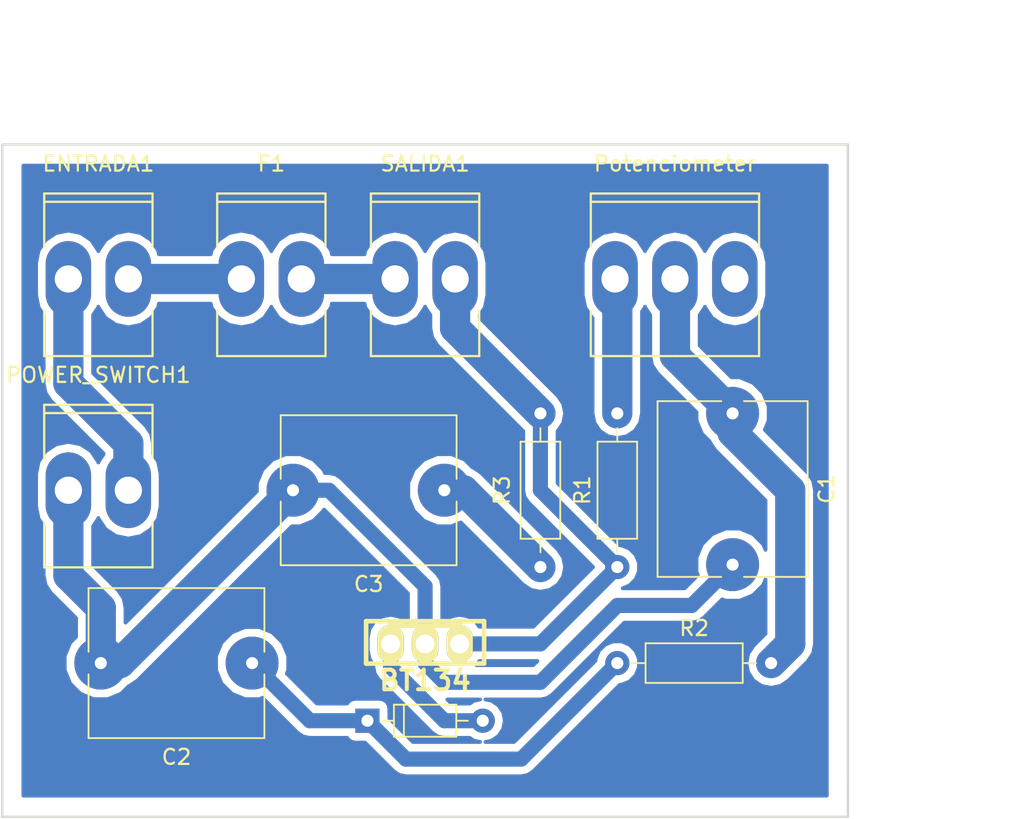
<source format=kicad_pcb>
(kicad_pcb (version 4) (host pcbnew 4.0.6)

  (general
    (links 17)
    (no_connects 0)
    (area 119.304999 82.474999 175.335001 127.075001)
    (thickness 1.6)
    (drawings 8)
    (tracks 44)
    (zones 0)
    (modules 13)
    (nets 11)
  )

  (page A4)
  (layers
    (0 F.Cu signal)
    (31 B.Cu signal hide)
    (32 B.Adhes user)
    (33 F.Adhes user)
    (34 B.Paste user)
    (35 F.Paste user)
    (36 B.SilkS user)
    (37 F.SilkS user)
    (38 B.Mask user)
    (39 F.Mask user)
    (40 Dwgs.User user)
    (41 Cmts.User user)
    (42 Eco1.User user)
    (43 Eco2.User user)
    (44 Edge.Cuts user)
    (45 Margin user)
    (46 B.CrtYd user)
    (47 F.CrtYd user)
    (48 B.Fab user)
    (49 F.Fab user)
  )

  (setup
    (last_trace_width 0.25)
    (user_trace_width 1)
    (user_trace_width 2)
    (user_trace_width 3)
    (trace_clearance 0.2)
    (zone_clearance 0.508)
    (zone_45_only no)
    (trace_min 0.2)
    (segment_width 0.2)
    (edge_width 0.15)
    (via_size 0.6)
    (via_drill 0.4)
    (via_min_size 0.4)
    (via_min_drill 0.3)
    (uvia_size 0.3)
    (uvia_drill 0.1)
    (uvias_allowed no)
    (uvia_min_size 0.2)
    (uvia_min_drill 0.1)
    (pcb_text_width 0.3)
    (pcb_text_size 1.5 1.5)
    (mod_edge_width 0.15)
    (mod_text_size 1 1)
    (mod_text_width 0.15)
    (pad_size 3.5 3.5)
    (pad_drill 0.8)
    (pad_to_mask_clearance 0.2)
    (aux_axis_origin 0 0)
    (visible_elements 7FFFFFFF)
    (pcbplotparams
      (layerselection 0x00030_80000001)
      (usegerberextensions false)
      (excludeedgelayer true)
      (linewidth 0.100000)
      (plotframeref false)
      (viasonmask false)
      (mode 1)
      (useauxorigin false)
      (hpglpennumber 1)
      (hpglpenspeed 20)
      (hpglpendiameter 15)
      (hpglpenoverlay 2)
      (psnegative false)
      (psa4output false)
      (plotreference true)
      (plotvalue true)
      (plotinvisibletext false)
      (padsonsilk false)
      (subtractmaskfromsilk false)
      (outputformat 1)
      (mirror false)
      (drillshape 1)
      (scaleselection 1)
      (outputdirectory ""))
  )

  (net 0 "")
  (net 1 "Net-(BT134-Pad1)")
  (net 2 "Net-(BT134-Pad2)")
  (net 3 "Net-(BT134-Pad3)")
  (net 4 "Net-(C1-Pad1)")
  (net 5 "Net-(C2-Pad1)")
  (net 6 "Net-(C3-Pad1)")
  (net 7 "Net-(ENTRADA1-Pad1)")
  (net 8 "Net-(ENTRADA1-Pad2)")
  (net 9 "Net-(F1-Pad2)")
  (net 10 "Net-(P1-Pad1)")

  (net_class Default "This is the default net class."
    (clearance 0.2)
    (trace_width 0.25)
    (via_dia 0.6)
    (via_drill 0.4)
    (uvia_dia 0.3)
    (uvia_drill 0.1)
    (add_net "Net-(BT134-Pad1)")
    (add_net "Net-(BT134-Pad2)")
    (add_net "Net-(BT134-Pad3)")
    (add_net "Net-(C1-Pad1)")
    (add_net "Net-(C2-Pad1)")
    (add_net "Net-(C3-Pad1)")
    (add_net "Net-(ENTRADA1-Pad1)")
    (add_net "Net-(ENTRADA1-Pad2)")
    (add_net "Net-(F1-Pad2)")
    (add_net "Net-(P1-Pad1)")
  )

  (module w_to:sot82_std (layer F.Cu) (tedit 5A266764) (tstamp 5A2597E0)
    (at 147.32 115.57)
    (descr "SOT82, standard design without bended pins")
    (path /5A218532)
    (fp_text reference BT134 (at 0 2.413) (layer F.SilkS)
      (effects (font (size 1.30048 1.30048) (thickness 0.2667)))
    )
    (fp_text value "" (at 0 -2.667) (layer F.SilkS)
      (effects (font (size 1.30048 1.30048) (thickness 0.26924)))
    )
    (fp_line (start -2.30124 -1.50114) (end -2.30124 -1.19888) (layer F.SilkS) (width 0.3048))
    (fp_line (start -2.30124 -1.19888) (end 2.30124 -1.19888) (layer F.SilkS) (width 0.3048))
    (fp_line (start 2.30124 -1.19888) (end 2.30124 -1.50114) (layer F.SilkS) (width 0.3048))
    (fp_line (start 3.8989 -1.50114) (end -3.8989 -1.50114) (layer F.SilkS) (width 0.3048))
    (fp_line (start -3.8989 -1.50114) (end -3.8989 1.30048) (layer F.SilkS) (width 0.3048))
    (fp_line (start -3.8989 1.30048) (end 3.8989 1.30048) (layer F.SilkS) (width 0.3048))
    (fp_line (start 3.8989 1.30048) (end 3.8989 -1.50114) (layer F.SilkS) (width 0.3048))
    (pad 1 thru_hole oval (at 2.28346 0) (size 1.74498 2.49936) (drill 1.24968) (layers *.Cu *.Mask F.SilkS)
      (net 1 "Net-(BT134-Pad1)"))
    (pad 2 thru_hole oval (at 0 0) (size 1.74498 2.49936) (drill 1.24968) (layers *.Cu *.Mask F.SilkS)
      (net 2 "Net-(BT134-Pad2)"))
    (pad 3 thru_hole oval (at -2.28346 0) (size 1.74498 2.49936) (drill 1.24968) (layers *.Cu *.Mask F.SilkS)
      (net 3 "Net-(BT134-Pad3)"))
    (model walter/to/sot82_std.wrl
      (at (xyz 0 0 0))
      (scale (xyz 1 1 1))
      (rotate (xyz 0 0 0))
    )
  )

  (module Capacitors_THT:C_Rect_L11.5mm_W9.8mm_P10.00mm_MKT (layer F.Cu) (tedit 5A2666B7) (tstamp 5A2597E6)
    (at 167.64 100.33 270)
    (descr "C, Rect series, Radial, pin pitch=10.00mm, , length*width=11.5*9.8mm^2, Capacitor, https://en.tdk.eu/inf/20/20/db/fc_2009/MKT_B32560_564.pdf")
    (tags "C Rect series Radial pin pitch 10.00mm  length 11.5mm width 9.8mm Capacitor")
    (path /56351012)
    (fp_text reference C1 (at 5 -6.21 270) (layer F.SilkS)
      (effects (font (size 1 1) (thickness 0.15)))
    )
    (fp_text value "100 nf 400V" (at 5.08 3.81 270) (layer F.Fab)
      (effects (font (size 1 1) (thickness 0.15)))
    )
    (fp_line (start -0.75 -4.9) (end -0.75 4.9) (layer F.Fab) (width 0.1))
    (fp_line (start -0.75 4.9) (end 10.75 4.9) (layer F.Fab) (width 0.1))
    (fp_line (start 10.75 4.9) (end 10.75 -4.9) (layer F.Fab) (width 0.1))
    (fp_line (start 10.75 -4.9) (end -0.75 -4.9) (layer F.Fab) (width 0.1))
    (fp_line (start -0.81 -4.96) (end 10.81 -4.96) (layer F.SilkS) (width 0.12))
    (fp_line (start -0.81 4.96) (end 10.81 4.96) (layer F.SilkS) (width 0.12))
    (fp_line (start -0.81 -4.96) (end -0.81 -0.75) (layer F.SilkS) (width 0.12))
    (fp_line (start -0.81 0.75) (end -0.81 4.96) (layer F.SilkS) (width 0.12))
    (fp_line (start 10.81 -4.96) (end 10.81 -0.75) (layer F.SilkS) (width 0.12))
    (fp_line (start 10.81 0.75) (end 10.81 4.96) (layer F.SilkS) (width 0.12))
    (fp_line (start -1.1 -5.25) (end -1.1 5.25) (layer F.CrtYd) (width 0.05))
    (fp_line (start -1.1 5.25) (end 11.1 5.25) (layer F.CrtYd) (width 0.05))
    (fp_line (start 11.1 5.25) (end 11.1 -5.25) (layer F.CrtYd) (width 0.05))
    (fp_line (start 11.1 -5.25) (end -1.1 -5.25) (layer F.CrtYd) (width 0.05))
    (fp_text user %R (at 5 0 270) (layer F.Fab)
      (effects (font (size 1 1) (thickness 0.15)))
    )
    (pad 1 thru_hole circle (at 0 0 270) (size 3.5 3.5) (drill 0.8) (layers *.Cu *.Mask)
      (net 4 "Net-(C1-Pad1)"))
    (pad 2 thru_hole circle (at 10 0 270) (size 3.5 3.5) (drill 0.8) (layers *.Cu *.Mask)
      (net 2 "Net-(BT134-Pad2)"))
    (model ${KISYS3DMOD}/Capacitors_THT.3dshapes/C_Rect_L11.5mm_W9.8mm_P10.00mm_MKT.wrl
      (at (xyz 0 0 0))
      (scale (xyz 1 1 1))
      (rotate (xyz 0 0 0))
    )
  )

  (module Capacitors_THT:C_Rect_L11.5mm_W9.8mm_P10.00mm_MKT (layer F.Cu) (tedit 5A2663E6) (tstamp 5A2597EC)
    (at 135.89 116.84 180)
    (descr "C, Rect series, Radial, pin pitch=10.00mm, , length*width=11.5*9.8mm^2, Capacitor, https://en.tdk.eu/inf/20/20/db/fc_2009/MKT_B32560_564.pdf")
    (tags "C Rect series Radial pin pitch 10.00mm  length 11.5mm width 9.8mm Capacitor")
    (path /56351453)
    (fp_text reference C2 (at 5 -6.21 180) (layer F.SilkS)
      (effects (font (size 1 1) (thickness 0.15)))
    )
    (fp_text value "100 nf 400V" (at 5 6.21 180) (layer F.Fab)
      (effects (font (size 1 1) (thickness 0.15)))
    )
    (fp_line (start -0.75 -4.9) (end -0.75 4.9) (layer F.Fab) (width 0.1))
    (fp_line (start -0.75 4.9) (end 10.75 4.9) (layer F.Fab) (width 0.1))
    (fp_line (start 10.75 4.9) (end 10.75 -4.9) (layer F.Fab) (width 0.1))
    (fp_line (start 10.75 -4.9) (end -0.75 -4.9) (layer F.Fab) (width 0.1))
    (fp_line (start -0.81 -4.96) (end 10.81 -4.96) (layer F.SilkS) (width 0.12))
    (fp_line (start -0.81 4.96) (end 10.81 4.96) (layer F.SilkS) (width 0.12))
    (fp_line (start -0.81 -4.96) (end -0.81 -0.75) (layer F.SilkS) (width 0.12))
    (fp_line (start -0.81 0.75) (end -0.81 4.96) (layer F.SilkS) (width 0.12))
    (fp_line (start 10.81 -4.96) (end 10.81 -0.75) (layer F.SilkS) (width 0.12))
    (fp_line (start 10.81 0.75) (end 10.81 4.96) (layer F.SilkS) (width 0.12))
    (fp_line (start -1.1 -5.25) (end -1.1 5.25) (layer F.CrtYd) (width 0.05))
    (fp_line (start -1.1 5.25) (end 11.1 5.25) (layer F.CrtYd) (width 0.05))
    (fp_line (start 11.1 5.25) (end 11.1 -5.25) (layer F.CrtYd) (width 0.05))
    (fp_line (start 11.1 -5.25) (end -1.1 -5.25) (layer F.CrtYd) (width 0.05))
    (fp_text user %R (at 5 0 180) (layer F.Fab)
      (effects (font (size 1 1) (thickness 0.15)))
    )
    (pad 1 thru_hole circle (at 0 0 180) (size 3.5 3.5) (drill 0.8) (layers *.Cu *.Mask)
      (net 5 "Net-(C2-Pad1)"))
    (pad 2 thru_hole circle (at 10 0 180) (size 3.5 3.5) (drill 0.8) (layers *.Cu *.Mask)
      (net 2 "Net-(BT134-Pad2)"))
    (model ${KISYS3DMOD}/Capacitors_THT.3dshapes/C_Rect_L11.5mm_W9.8mm_P10.00mm_MKT.wrl
      (at (xyz 0 0 0))
      (scale (xyz 1 1 1))
      (rotate (xyz 0 0 0))
    )
  )

  (module Capacitors_THT:C_Rect_L11.5mm_W9.8mm_P10.00mm_MKT (layer F.Cu) (tedit 5A25A5E4) (tstamp 5A2597F2)
    (at 148.59 105.41 180)
    (descr "C, Rect series, Radial, pin pitch=10.00mm, , length*width=11.5*9.8mm^2, Capacitor, https://en.tdk.eu/inf/20/20/db/fc_2009/MKT_B32560_564.pdf")
    (tags "C Rect series Radial pin pitch 10.00mm  length 11.5mm width 9.8mm Capacitor")
    (path /56352330)
    (fp_text reference C3 (at 5 -6.21 180) (layer F.SilkS)
      (effects (font (size 1 1) (thickness 0.15)))
    )
    (fp_text value "100 nf 400V" (at 5 6.21 180) (layer F.Fab)
      (effects (font (size 1 1) (thickness 0.15)))
    )
    (fp_line (start -0.75 -4.9) (end -0.75 4.9) (layer F.Fab) (width 0.1))
    (fp_line (start -0.75 4.9) (end 10.75 4.9) (layer F.Fab) (width 0.1))
    (fp_line (start 10.75 4.9) (end 10.75 -4.9) (layer F.Fab) (width 0.1))
    (fp_line (start 10.75 -4.9) (end -0.75 -4.9) (layer F.Fab) (width 0.1))
    (fp_line (start -0.81 -4.96) (end 10.81 -4.96) (layer F.SilkS) (width 0.12))
    (fp_line (start -0.81 4.96) (end 10.81 4.96) (layer F.SilkS) (width 0.12))
    (fp_line (start -0.81 -4.96) (end -0.81 -0.75) (layer F.SilkS) (width 0.12))
    (fp_line (start -0.81 0.75) (end -0.81 4.96) (layer F.SilkS) (width 0.12))
    (fp_line (start 10.81 -4.96) (end 10.81 -0.75) (layer F.SilkS) (width 0.12))
    (fp_line (start 10.81 0.75) (end 10.81 4.96) (layer F.SilkS) (width 0.12))
    (fp_line (start -1.1 -5.25) (end -1.1 5.25) (layer F.CrtYd) (width 0.05))
    (fp_line (start -1.1 5.25) (end 11.1 5.25) (layer F.CrtYd) (width 0.05))
    (fp_line (start 11.1 5.25) (end 11.1 -5.25) (layer F.CrtYd) (width 0.05))
    (fp_line (start 11.1 -5.25) (end -1.1 -5.25) (layer F.CrtYd) (width 0.05))
    (fp_text user %R (at 5 0 180) (layer F.Fab)
      (effects (font (size 1 1) (thickness 0.15)))
    )
    (pad 1 thru_hole circle (at 0 0 180) (size 3.5 3.5) (drill 0.8) (layers *.Cu *.Mask)
      (net 6 "Net-(C3-Pad1)"))
    (pad 2 thru_hole circle (at 10 0 180) (size 3.5 3.5) (drill 0.8) (layers *.Cu *.Mask)
      (net 2 "Net-(BT134-Pad2)"))
    (model ${KISYS3DMOD}/Capacitors_THT.3dshapes/C_Rect_L11.5mm_W9.8mm_P10.00mm_MKT.wrl
      (at (xyz 0 0 0))
      (scale (xyz 1 1 1))
      (rotate (xyz 0 0 0))
    )
  )

  (module Diodes_THT:D_DO-35_SOD27_P7.62mm_Horizontal (layer F.Cu) (tedit 5A2667BC) (tstamp 5A2597F8)
    (at 143.51 120.65)
    (descr "D, DO-35_SOD27 series, Axial, Horizontal, pin pitch=7.62mm, , length*diameter=4*2mm^2, , http://www.diodes.com/_files/packages/DO-35.pdf")
    (tags "D DO-35_SOD27 series Axial Horizontal pin pitch 7.62mm  length 4mm diameter 2mm")
    (path /56356138)
    (fp_text reference "" (at 3.81 -2.06) (layer F.SilkS)
      (effects (font (size 1 1) (thickness 0.15)))
    )
    (fp_text value 8V2 (at 3.81 2.06) (layer F.Fab)
      (effects (font (size 1 1) (thickness 0.15)))
    )
    (fp_text user %R (at 3.81 0) (layer F.Fab)
      (effects (font (size 1 1) (thickness 0.15)))
    )
    (fp_line (start 1.81 -1) (end 1.81 1) (layer F.Fab) (width 0.1))
    (fp_line (start 1.81 1) (end 5.81 1) (layer F.Fab) (width 0.1))
    (fp_line (start 5.81 1) (end 5.81 -1) (layer F.Fab) (width 0.1))
    (fp_line (start 5.81 -1) (end 1.81 -1) (layer F.Fab) (width 0.1))
    (fp_line (start 0 0) (end 1.81 0) (layer F.Fab) (width 0.1))
    (fp_line (start 7.62 0) (end 5.81 0) (layer F.Fab) (width 0.1))
    (fp_line (start 2.41 -1) (end 2.41 1) (layer F.Fab) (width 0.1))
    (fp_line (start 1.75 -1.06) (end 1.75 1.06) (layer F.SilkS) (width 0.12))
    (fp_line (start 1.75 1.06) (end 5.87 1.06) (layer F.SilkS) (width 0.12))
    (fp_line (start 5.87 1.06) (end 5.87 -1.06) (layer F.SilkS) (width 0.12))
    (fp_line (start 5.87 -1.06) (end 1.75 -1.06) (layer F.SilkS) (width 0.12))
    (fp_line (start 0.98 0) (end 1.75 0) (layer F.SilkS) (width 0.12))
    (fp_line (start 6.64 0) (end 5.87 0) (layer F.SilkS) (width 0.12))
    (fp_line (start 2.41 -1.06) (end 2.41 1.06) (layer F.SilkS) (width 0.12))
    (fp_line (start -1.05 -1.35) (end -1.05 1.35) (layer F.CrtYd) (width 0.05))
    (fp_line (start -1.05 1.35) (end 8.7 1.35) (layer F.CrtYd) (width 0.05))
    (fp_line (start 8.7 1.35) (end 8.7 -1.35) (layer F.CrtYd) (width 0.05))
    (fp_line (start 8.7 -1.35) (end -1.05 -1.35) (layer F.CrtYd) (width 0.05))
    (pad 1 thru_hole rect (at 0 0) (size 1.6 1.6) (drill 0.8) (layers *.Cu *.Mask)
      (net 5 "Net-(C2-Pad1)"))
    (pad 2 thru_hole oval (at 7.62 0) (size 1.6 1.6) (drill 0.8) (layers *.Cu *.Mask)
      (net 3 "Net-(BT134-Pad3)"))
    (model ${KISYS3DMOD}/Diodes_THT.3dshapes/D_DO-35_SOD27_P7.62mm_Horizontal.wrl
      (at (xyz 0 0 0))
      (scale (xyz 0.393701 0.393701 0.393701))
      (rotate (xyz 0 0 0))
    )
  )

  (module Sockets_MOLEX_KK-System:Socket_MOLEX-KK-RM3-96mm_Lock_2pin_straight (layer F.Cu) (tedit 5A2666FC) (tstamp 5A2597FE)
    (at 125.73 91.44)
    (descr "Socket, MOLEX, KK, RM 3.96mm, Lock, 2pin, straight,")
    (tags "Socket, MOLEX, KK, RM 3.96mm, Lock, 2pin, straight,")
    (path /5635072D)
    (fp_text reference ENTRADA1 (at 0 -7.62) (layer F.SilkS)
      (effects (font (size 1 1) (thickness 0.15)))
    )
    (fp_text value "" (at 1.27 7.62) (layer F.Fab)
      (effects (font (size 1 1) (thickness 0.15)))
    )
    (fp_line (start 3.57886 -5.10032) (end 3.57886 -5.64896) (layer F.SilkS) (width 0.15))
    (fp_line (start 3.57886 -5.64896) (end -3.57886 -5.64896) (layer F.SilkS) (width 0.15))
    (fp_line (start -3.57886 -5.64896) (end -3.57886 -5.10032) (layer F.SilkS) (width 0.15))
    (fp_line (start -3.57886 2.1209) (end -3.57886 5.10032) (layer F.SilkS) (width 0.15))
    (fp_line (start -3.57886 5.10032) (end 3.57886 5.10032) (layer F.SilkS) (width 0.15))
    (fp_line (start 3.57886 -2.17932) (end 3.57886 -5.10032) (layer F.SilkS) (width 0.15))
    (fp_line (start 3.57886 -5.10032) (end -3.57886 -5.10032) (layer F.SilkS) (width 0.15))
    (fp_line (start -3.57886 -5.10032) (end -3.57886 -2.1209) (layer F.SilkS) (width 0.15))
    (fp_line (start 3.57886 5.10032) (end 3.57886 2.1209) (layer F.SilkS) (width 0.15))
    (pad 1 thru_hole oval (at -1.9812 0) (size 2.99974 5.00126) (drill 1.80086) (layers *.Cu *.Mask)
      (net 7 "Net-(ENTRADA1-Pad1)"))
    (pad 2 thru_hole oval (at 1.9812 0) (size 2.99974 5.00126) (drill 1.80086) (layers *.Cu *.Mask)
      (net 8 "Net-(ENTRADA1-Pad2)"))
  )

  (module Sockets_MOLEX_KK-System:Socket_MOLEX-KK-RM3-96mm_Lock_2pin_straight (layer F.Cu) (tedit 5A2666EB) (tstamp 5A259804)
    (at 137.16 91.44)
    (descr "Socket, MOLEX, KK, RM 3.96mm, Lock, 2pin, straight,")
    (tags "Socket, MOLEX, KK, RM 3.96mm, Lock, 2pin, straight,")
    (path /56350849)
    (fp_text reference F1 (at 0 -7.62) (layer F.SilkS)
      (effects (font (size 1 1) (thickness 0.15)))
    )
    (fp_text value Fuse (at 0 6.35) (layer F.Fab)
      (effects (font (size 1 1) (thickness 0.15)))
    )
    (fp_line (start 3.57886 -5.10032) (end 3.57886 -5.64896) (layer F.SilkS) (width 0.15))
    (fp_line (start 3.57886 -5.64896) (end -3.57886 -5.64896) (layer F.SilkS) (width 0.15))
    (fp_line (start -3.57886 -5.64896) (end -3.57886 -5.10032) (layer F.SilkS) (width 0.15))
    (fp_line (start -3.57886 2.1209) (end -3.57886 5.10032) (layer F.SilkS) (width 0.15))
    (fp_line (start -3.57886 5.10032) (end 3.57886 5.10032) (layer F.SilkS) (width 0.15))
    (fp_line (start 3.57886 -2.17932) (end 3.57886 -5.10032) (layer F.SilkS) (width 0.15))
    (fp_line (start 3.57886 -5.10032) (end -3.57886 -5.10032) (layer F.SilkS) (width 0.15))
    (fp_line (start -3.57886 -5.10032) (end -3.57886 -2.1209) (layer F.SilkS) (width 0.15))
    (fp_line (start 3.57886 5.10032) (end 3.57886 2.1209) (layer F.SilkS) (width 0.15))
    (pad 1 thru_hole oval (at -1.9812 0) (size 2.99974 5.00126) (drill 1.80086) (layers *.Cu *.Mask)
      (net 8 "Net-(ENTRADA1-Pad2)"))
    (pad 2 thru_hole oval (at 1.9812 0) (size 2.99974 5.00126) (drill 1.80086) (layers *.Cu *.Mask)
      (net 9 "Net-(F1-Pad2)"))
  )

  (module Sockets_MOLEX_KK-System:Socket_MOLEX-KK-RM3-96mm_Lock_3pin_straight (layer F.Cu) (tedit 5A2666D5) (tstamp 5A25980B)
    (at 163.83 91.44)
    (descr "Socket, MOLEX, KK, RM 3.96mm, Lock, 3pin, straight,")
    (tags "Socket, MOLEX, KK, RM 3.96mm, Lock, 3pin, straight,")
    (path /56350F4E)
    (fp_text reference Potenciometer (at 0 -7.62) (layer F.SilkS)
      (effects (font (size 1 1) (thickness 0.15)))
    )
    (fp_text value 220K (at 0 6.35) (layer F.Fab)
      (effects (font (size 1 1) (thickness 0.15)))
    )
    (fp_line (start -5.56006 -5.64896) (end -5.56006 -5.10032) (layer F.SilkS) (width 0.15))
    (fp_line (start 5.56006 -5.10032) (end 5.56006 -5.64896) (layer F.SilkS) (width 0.15))
    (fp_line (start 5.56006 -5.64896) (end -5.56006 -5.64896) (layer F.SilkS) (width 0.15))
    (fp_line (start -5.56006 2.13106) (end -5.56006 5.10032) (layer F.SilkS) (width 0.15))
    (fp_line (start -5.56006 5.10032) (end 0 5.10032) (layer F.SilkS) (width 0.15))
    (fp_line (start 5.56006 -2.13106) (end 5.56006 -5.10032) (layer F.SilkS) (width 0.15))
    (fp_line (start 5.56006 -5.10032) (end -5.56006 -5.10032) (layer F.SilkS) (width 0.15))
    (fp_line (start -5.56006 -5.10032) (end -5.56006 -2.13106) (layer F.SilkS) (width 0.15))
    (fp_line (start 0 5.10032) (end 5.56006 5.10032) (layer F.SilkS) (width 0.15))
    (fp_line (start 5.56006 5.10032) (end 5.56006 2.13106) (layer F.SilkS) (width 0.15))
    (pad 1 thru_hole oval (at -3.95986 0) (size 2.99974 5.00126) (drill 1.80086) (layers *.Cu *.Mask)
      (net 10 "Net-(P1-Pad1)"))
    (pad 2 thru_hole oval (at 0 0) (size 2.99974 5.00126) (drill 1.80086) (layers *.Cu *.Mask)
      (net 4 "Net-(C1-Pad1)"))
    (pad 3 thru_hole oval (at 3.95986 0) (size 2.99974 5.00126) (drill 1.80086) (layers *.Cu *.Mask))
  )

  (module Sockets_MOLEX_KK-System:Socket_MOLEX-KK-RM3-96mm_Lock_2pin_straight (layer F.Cu) (tedit 5A26672D) (tstamp 5A259811)
    (at 125.73 105.41)
    (descr "Socket, MOLEX, KK, RM 3.96mm, Lock, 2pin, straight,")
    (tags "Socket, MOLEX, KK, RM 3.96mm, Lock, 2pin, straight,")
    (path /5A21B884)
    (fp_text reference POWER_SWITCH1 (at 0 -7.62) (layer F.SilkS)
      (effects (font (size 1 1) (thickness 0.15)))
    )
    (fp_text value "" (at 1.27 7.62) (layer F.Fab)
      (effects (font (size 1 1) (thickness 0.15)))
    )
    (fp_line (start 3.57886 -5.10032) (end 3.57886 -5.64896) (layer F.SilkS) (width 0.15))
    (fp_line (start 3.57886 -5.64896) (end -3.57886 -5.64896) (layer F.SilkS) (width 0.15))
    (fp_line (start -3.57886 -5.64896) (end -3.57886 -5.10032) (layer F.SilkS) (width 0.15))
    (fp_line (start -3.57886 2.1209) (end -3.57886 5.10032) (layer F.SilkS) (width 0.15))
    (fp_line (start -3.57886 5.10032) (end 3.57886 5.10032) (layer F.SilkS) (width 0.15))
    (fp_line (start 3.57886 -2.17932) (end 3.57886 -5.10032) (layer F.SilkS) (width 0.15))
    (fp_line (start 3.57886 -5.10032) (end -3.57886 -5.10032) (layer F.SilkS) (width 0.15))
    (fp_line (start -3.57886 -5.10032) (end -3.57886 -2.1209) (layer F.SilkS) (width 0.15))
    (fp_line (start 3.57886 5.10032) (end 3.57886 2.1209) (layer F.SilkS) (width 0.15))
    (pad 1 thru_hole oval (at -1.9812 0) (size 2.99974 5.00126) (drill 1.80086) (layers *.Cu *.Mask)
      (net 2 "Net-(BT134-Pad2)"))
    (pad 2 thru_hole oval (at 1.9812 0) (size 2.99974 5.00126) (drill 1.80086) (layers *.Cu *.Mask)
      (net 7 "Net-(ENTRADA1-Pad1)"))
  )

  (module Resistors_THT:R_Axial_DIN0207_L6.3mm_D2.5mm_P10.16mm_Horizontal (layer F.Cu) (tedit 5A2666B1) (tstamp 5A259817)
    (at 160.02 110.49 90)
    (descr "Resistor, Axial_DIN0207 series, Axial, Horizontal, pin pitch=10.16mm, 0.25W = 1/4W, length*diameter=6.3*2.5mm^2, http://cdn-reichelt.de/documents/datenblatt/B400/1_4W%23YAG.pdf")
    (tags "Resistor Axial_DIN0207 series Axial Horizontal pin pitch 10.16mm 0.25W = 1/4W length 6.3mm diameter 2.5mm")
    (path /56350668)
    (fp_text reference R1 (at 5.08 -2.31 90) (layer F.SilkS)
      (effects (font (size 1 1) (thickness 0.15)))
    )
    (fp_text value 3K3 (at 5.08 0 90) (layer F.Fab)
      (effects (font (size 1 1) (thickness 0.15)))
    )
    (fp_line (start 1.93 -1.25) (end 1.93 1.25) (layer F.Fab) (width 0.1))
    (fp_line (start 1.93 1.25) (end 8.23 1.25) (layer F.Fab) (width 0.1))
    (fp_line (start 8.23 1.25) (end 8.23 -1.25) (layer F.Fab) (width 0.1))
    (fp_line (start 8.23 -1.25) (end 1.93 -1.25) (layer F.Fab) (width 0.1))
    (fp_line (start 0 0) (end 1.93 0) (layer F.Fab) (width 0.1))
    (fp_line (start 10.16 0) (end 8.23 0) (layer F.Fab) (width 0.1))
    (fp_line (start 1.87 -1.31) (end 1.87 1.31) (layer F.SilkS) (width 0.12))
    (fp_line (start 1.87 1.31) (end 8.29 1.31) (layer F.SilkS) (width 0.12))
    (fp_line (start 8.29 1.31) (end 8.29 -1.31) (layer F.SilkS) (width 0.12))
    (fp_line (start 8.29 -1.31) (end 1.87 -1.31) (layer F.SilkS) (width 0.12))
    (fp_line (start 0.98 0) (end 1.87 0) (layer F.SilkS) (width 0.12))
    (fp_line (start 9.18 0) (end 8.29 0) (layer F.SilkS) (width 0.12))
    (fp_line (start -1.05 -1.6) (end -1.05 1.6) (layer F.CrtYd) (width 0.05))
    (fp_line (start -1.05 1.6) (end 11.25 1.6) (layer F.CrtYd) (width 0.05))
    (fp_line (start 11.25 1.6) (end 11.25 -1.6) (layer F.CrtYd) (width 0.05))
    (fp_line (start 11.25 -1.6) (end -1.05 -1.6) (layer F.CrtYd) (width 0.05))
    (pad 1 thru_hole circle (at 0 0 90) (size 1.6 1.6) (drill 0.8) (layers *.Cu *.Mask)
      (net 1 "Net-(BT134-Pad1)"))
    (pad 2 thru_hole oval (at 10.16 0 90) (size 1.6 1.6) (drill 0.8) (layers *.Cu *.Mask)
      (net 10 "Net-(P1-Pad1)"))
    (model ${KISYS3DMOD}/Resistors_THT.3dshapes/R_Axial_DIN0207_L6.3mm_D2.5mm_P10.16mm_Horizontal.wrl
      (at (xyz 0 0 0))
      (scale (xyz 0.393701 0.393701 0.393701))
      (rotate (xyz 0 0 0))
    )
  )

  (module Resistors_THT:R_Axial_DIN0207_L6.3mm_D2.5mm_P10.16mm_Horizontal (layer F.Cu) (tedit 5874F706) (tstamp 5A25981D)
    (at 160.02 116.84)
    (descr "Resistor, Axial_DIN0207 series, Axial, Horizontal, pin pitch=10.16mm, 0.25W = 1/4W, length*diameter=6.3*2.5mm^2, http://cdn-reichelt.de/documents/datenblatt/B400/1_4W%23YAG.pdf")
    (tags "Resistor Axial_DIN0207 series Axial Horizontal pin pitch 10.16mm 0.25W = 1/4W length 6.3mm diameter 2.5mm")
    (path /563514CC)
    (fp_text reference R2 (at 5.08 -2.31) (layer F.SilkS)
      (effects (font (size 1 1) (thickness 0.15)))
    )
    (fp_text value 8K2 (at 5.08 2.31) (layer F.Fab)
      (effects (font (size 1 1) (thickness 0.15)))
    )
    (fp_line (start 1.93 -1.25) (end 1.93 1.25) (layer F.Fab) (width 0.1))
    (fp_line (start 1.93 1.25) (end 8.23 1.25) (layer F.Fab) (width 0.1))
    (fp_line (start 8.23 1.25) (end 8.23 -1.25) (layer F.Fab) (width 0.1))
    (fp_line (start 8.23 -1.25) (end 1.93 -1.25) (layer F.Fab) (width 0.1))
    (fp_line (start 0 0) (end 1.93 0) (layer F.Fab) (width 0.1))
    (fp_line (start 10.16 0) (end 8.23 0) (layer F.Fab) (width 0.1))
    (fp_line (start 1.87 -1.31) (end 1.87 1.31) (layer F.SilkS) (width 0.12))
    (fp_line (start 1.87 1.31) (end 8.29 1.31) (layer F.SilkS) (width 0.12))
    (fp_line (start 8.29 1.31) (end 8.29 -1.31) (layer F.SilkS) (width 0.12))
    (fp_line (start 8.29 -1.31) (end 1.87 -1.31) (layer F.SilkS) (width 0.12))
    (fp_line (start 0.98 0) (end 1.87 0) (layer F.SilkS) (width 0.12))
    (fp_line (start 9.18 0) (end 8.29 0) (layer F.SilkS) (width 0.12))
    (fp_line (start -1.05 -1.6) (end -1.05 1.6) (layer F.CrtYd) (width 0.05))
    (fp_line (start -1.05 1.6) (end 11.25 1.6) (layer F.CrtYd) (width 0.05))
    (fp_line (start 11.25 1.6) (end 11.25 -1.6) (layer F.CrtYd) (width 0.05))
    (fp_line (start 11.25 -1.6) (end -1.05 -1.6) (layer F.CrtYd) (width 0.05))
    (pad 1 thru_hole circle (at 0 0) (size 1.6 1.6) (drill 0.8) (layers *.Cu *.Mask)
      (net 5 "Net-(C2-Pad1)"))
    (pad 2 thru_hole oval (at 10.16 0) (size 1.6 1.6) (drill 0.8) (layers *.Cu *.Mask)
      (net 4 "Net-(C1-Pad1)"))
    (model ${KISYS3DMOD}/Resistors_THT.3dshapes/R_Axial_DIN0207_L6.3mm_D2.5mm_P10.16mm_Horizontal.wrl
      (at (xyz 0 0 0))
      (scale (xyz 0.393701 0.393701 0.393701))
      (rotate (xyz 0 0 0))
    )
  )

  (module Resistors_THT:R_Axial_DIN0207_L6.3mm_D2.5mm_P10.16mm_Horizontal (layer F.Cu) (tedit 5A2666AB) (tstamp 5A259823)
    (at 154.94 100.33 270)
    (descr "Resistor, Axial_DIN0207 series, Axial, Horizontal, pin pitch=10.16mm, 0.25W = 1/4W, length*diameter=6.3*2.5mm^2, http://cdn-reichelt.de/documents/datenblatt/B400/1_4W%23YAG.pdf")
    (tags "Resistor Axial_DIN0207 series Axial Horizontal pin pitch 10.16mm 0.25W = 1/4W length 6.3mm diameter 2.5mm")
    (path /563522A3)
    (fp_text reference R3 (at 5.08 2.54 270) (layer F.SilkS)
      (effects (font (size 1 1) (thickness 0.15)))
    )
    (fp_text value "47 OHM" (at 5.08 0 270) (layer F.Fab)
      (effects (font (size 1 1) (thickness 0.15)))
    )
    (fp_line (start 1.93 -1.25) (end 1.93 1.25) (layer F.Fab) (width 0.1))
    (fp_line (start 1.93 1.25) (end 8.23 1.25) (layer F.Fab) (width 0.1))
    (fp_line (start 8.23 1.25) (end 8.23 -1.25) (layer F.Fab) (width 0.1))
    (fp_line (start 8.23 -1.25) (end 1.93 -1.25) (layer F.Fab) (width 0.1))
    (fp_line (start 0 0) (end 1.93 0) (layer F.Fab) (width 0.1))
    (fp_line (start 10.16 0) (end 8.23 0) (layer F.Fab) (width 0.1))
    (fp_line (start 1.87 -1.31) (end 1.87 1.31) (layer F.SilkS) (width 0.12))
    (fp_line (start 1.87 1.31) (end 8.29 1.31) (layer F.SilkS) (width 0.12))
    (fp_line (start 8.29 1.31) (end 8.29 -1.31) (layer F.SilkS) (width 0.12))
    (fp_line (start 8.29 -1.31) (end 1.87 -1.31) (layer F.SilkS) (width 0.12))
    (fp_line (start 0.98 0) (end 1.87 0) (layer F.SilkS) (width 0.12))
    (fp_line (start 9.18 0) (end 8.29 0) (layer F.SilkS) (width 0.12))
    (fp_line (start -1.05 -1.6) (end -1.05 1.6) (layer F.CrtYd) (width 0.05))
    (fp_line (start -1.05 1.6) (end 11.25 1.6) (layer F.CrtYd) (width 0.05))
    (fp_line (start 11.25 1.6) (end 11.25 -1.6) (layer F.CrtYd) (width 0.05))
    (fp_line (start 11.25 -1.6) (end -1.05 -1.6) (layer F.CrtYd) (width 0.05))
    (pad 1 thru_hole circle (at 0 0 270) (size 1.6 1.6) (drill 0.8) (layers *.Cu *.Mask)
      (net 1 "Net-(BT134-Pad1)"))
    (pad 2 thru_hole oval (at 10.16 0 270) (size 1.6 1.6) (drill 0.8) (layers *.Cu *.Mask)
      (net 6 "Net-(C3-Pad1)"))
    (model ${KISYS3DMOD}/Resistors_THT.3dshapes/R_Axial_DIN0207_L6.3mm_D2.5mm_P10.16mm_Horizontal.wrl
      (at (xyz 0 0 0))
      (scale (xyz 0.393701 0.393701 0.393701))
      (rotate (xyz 0 0 0))
    )
  )

  (module Sockets_MOLEX_KK-System:Socket_MOLEX-KK-RM3-96mm_Lock_2pin_straight (layer F.Cu) (tedit 5A266707) (tstamp 5A25A335)
    (at 147.32 91.44)
    (descr "Socket, MOLEX, KK, RM 3.96mm, Lock, 2pin, straight,")
    (tags "Socket, MOLEX, KK, RM 3.96mm, Lock, 2pin, straight,")
    (path /563504C3)
    (fp_text reference SALIDA1 (at 0 -7.62) (layer F.SilkS)
      (effects (font (size 1 1) (thickness 0.15)))
    )
    (fp_text value "" (at 0 6.35) (layer F.Fab)
      (effects (font (size 1 1) (thickness 0.15)))
    )
    (fp_line (start 3.57886 -5.10032) (end 3.57886 -5.64896) (layer F.SilkS) (width 0.15))
    (fp_line (start 3.57886 -5.64896) (end -3.57886 -5.64896) (layer F.SilkS) (width 0.15))
    (fp_line (start -3.57886 -5.64896) (end -3.57886 -5.10032) (layer F.SilkS) (width 0.15))
    (fp_line (start -3.57886 2.1209) (end -3.57886 5.10032) (layer F.SilkS) (width 0.15))
    (fp_line (start -3.57886 5.10032) (end 3.57886 5.10032) (layer F.SilkS) (width 0.15))
    (fp_line (start 3.57886 -2.17932) (end 3.57886 -5.10032) (layer F.SilkS) (width 0.15))
    (fp_line (start 3.57886 -5.10032) (end -3.57886 -5.10032) (layer F.SilkS) (width 0.15))
    (fp_line (start -3.57886 -5.10032) (end -3.57886 -2.1209) (layer F.SilkS) (width 0.15))
    (fp_line (start 3.57886 5.10032) (end 3.57886 2.1209) (layer F.SilkS) (width 0.15))
    (pad 1 thru_hole oval (at -1.9812 0) (size 2.99974 5.00126) (drill 1.80086) (layers *.Cu *.Mask)
      (net 9 "Net-(F1-Pad2)"))
    (pad 2 thru_hole oval (at 1.9812 0) (size 2.99974 5.00126) (drill 1.80086) (layers *.Cu *.Mask)
      (net 1 "Net-(BT134-Pad1)"))
  )

  (dimension 44.45 (width 0.3) (layer Dwgs.User)
    (gr_text "44.450 mm" (at 184.23 104.775 270) (layer Dwgs.User)
      (effects (font (size 1.5 1.5) (thickness 0.3)))
    )
    (feature1 (pts (xy 175.26 127) (xy 185.58 127)))
    (feature2 (pts (xy 175.26 82.55) (xy 185.58 82.55)))
    (crossbar (pts (xy 182.88 82.55) (xy 182.88 127)))
    (arrow1a (pts (xy 182.88 127) (xy 182.293579 125.873496)))
    (arrow1b (pts (xy 182.88 127) (xy 183.466421 125.873496)))
    (arrow2a (pts (xy 182.88 82.55) (xy 182.293579 83.676504)))
    (arrow2b (pts (xy 182.88 82.55) (xy 183.466421 83.676504)))
  )
  (dimension 55.88 (width 0.3) (layer Dwgs.User)
    (gr_text "55.880 mm" (at 147.32 74.85) (layer Dwgs.User)
      (effects (font (size 1.5 1.5) (thickness 0.3)))
    )
    (feature1 (pts (xy 175.26 82.55) (xy 175.26 73.5)))
    (feature2 (pts (xy 119.38 82.55) (xy 119.38 73.5)))
    (crossbar (pts (xy 119.38 76.2) (xy 175.26 76.2)))
    (arrow1a (pts (xy 175.26 76.2) (xy 174.133496 76.786421)))
    (arrow1b (pts (xy 175.26 76.2) (xy 174.133496 75.613579)))
    (arrow2a (pts (xy 119.38 76.2) (xy 120.506504 76.786421)))
    (arrow2b (pts (xy 119.38 76.2) (xy 120.506504 75.613579)))
  )
  (gr_line (start 175.26 127) (end 119.38 127) (angle 90) (layer Edge.Cuts) (width 0.15))
  (gr_line (start 175.26 124.46) (end 175.26 127) (angle 90) (layer Edge.Cuts) (width 0.15))
  (gr_line (start 175.26 82.55) (end 175.26 124.46) (angle 90) (layer Edge.Cuts) (width 0.15))
  (gr_line (start 119.38 82.55) (end 175.26 82.55) (angle 90) (layer Edge.Cuts) (width 0.15))
  (gr_line (start 119.38 127) (end 119.38 82.55) (angle 90) (layer Edge.Cuts) (width 0.15))
  (gr_line (start 175.26 82.55) (end 175.26 124.46) (angle 90) (layer Edge.Cuts) (width 0.15))

  (segment (start 160.02 110.49) (end 154.94 105.41) (width 1) (layer B.Cu) (net 1))
  (segment (start 154.94 105.41) (end 154.94 100.33) (width 1) (layer B.Cu) (net 1) (tstamp 5A2663A3))
  (segment (start 149.60346 115.57) (end 154.94 115.57) (width 1) (layer B.Cu) (net 1))
  (segment (start 154.94 115.57) (end 160.02 110.49) (width 1) (layer B.Cu) (net 1) (tstamp 5A266317))
  (segment (start 149.3012 91.44) (end 149.3012 94.6912) (width 2) (layer B.Cu) (net 1))
  (segment (start 149.3012 94.6912) (end 154.94 100.33) (width 2) (layer B.Cu) (net 1) (tstamp 5A2662D4))
  (segment (start 149.86 91.9988) (end 149.3012 91.44) (width 1) (layer B.Cu) (net 1) (tstamp 5A2662B7))
  (segment (start 147.32 115.57) (end 147.32 116.84) (width 1) (layer B.Cu) (net 2))
  (segment (start 164.94 113.03) (end 167.64 110.33) (width 1) (layer B.Cu) (net 2) (tstamp 5A266399))
  (segment (start 160.02 113.03) (end 164.94 113.03) (width 1) (layer B.Cu) (net 2) (tstamp 5A266397))
  (segment (start 154.94 118.11) (end 160.02 113.03) (width 1) (layer B.Cu) (net 2) (tstamp 5A266394))
  (segment (start 148.59 118.11) (end 154.94 118.11) (width 1) (layer B.Cu) (net 2) (tstamp 5A266393))
  (segment (start 147.32 116.84) (end 148.59 118.11) (width 1) (layer B.Cu) (net 2) (tstamp 5A266391))
  (segment (start 138.59 105.41) (end 140.97 105.41) (width 1) (layer B.Cu) (net 2))
  (segment (start 147.32 111.76) (end 147.32 115.57) (width 1) (layer B.Cu) (net 2) (tstamp 5A26627C))
  (segment (start 140.97 105.41) (end 147.32 111.76) (width 1) (layer B.Cu) (net 2) (tstamp 5A266279))
  (segment (start 125.89 116.84) (end 127.16 116.84) (width 2) (layer B.Cu) (net 2))
  (segment (start 127.16 116.84) (end 138.59 105.41) (width 2) (layer B.Cu) (net 2) (tstamp 5A266217))
  (segment (start 123.7488 105.41) (end 123.7488 111.0488) (width 2) (layer B.Cu) (net 2))
  (segment (start 125.89 113.19) (end 125.89 116.84) (width 2) (layer B.Cu) (net 2) (tstamp 5A26620D))
  (segment (start 123.7488 111.0488) (end 125.89 113.19) (width 2) (layer B.Cu) (net 2) (tstamp 5A26620A))
  (segment (start 145.03654 115.57) (end 145.03654 117.09654) (width 1) (layer B.Cu) (net 3))
  (segment (start 148.59 120.65) (end 151.13 120.65) (width 1) (layer B.Cu) (net 3) (tstamp 5A26639E))
  (segment (start 145.03654 117.09654) (end 148.59 120.65) (width 1) (layer B.Cu) (net 3) (tstamp 5A26639C))
  (segment (start 167.64 100.33) (end 167.64 101.6) (width 2) (layer B.Cu) (net 4))
  (segment (start 167.64 101.6) (end 171.45 105.41) (width 2) (layer B.Cu) (net 4) (tstamp 5A2662EB))
  (segment (start 171.45 115.57) (end 170.18 116.84) (width 2) (layer B.Cu) (net 4) (tstamp 5A2662F0))
  (segment (start 171.45 105.41) (end 171.45 115.57) (width 2) (layer B.Cu) (net 4) (tstamp 5A2662ED))
  (segment (start 167.64 100.33) (end 163.83 96.52) (width 2) (layer B.Cu) (net 4))
  (segment (start 163.83 96.52) (end 163.83 91.44) (width 2) (layer B.Cu) (net 4) (tstamp 5A2662E6))
  (segment (start 143.51 120.65) (end 146.05 123.19) (width 1) (layer B.Cu) (net 5))
  (segment (start 153.67 123.19) (end 160.02 116.84) (width 1) (layer B.Cu) (net 5) (tstamp 5A2662AA))
  (segment (start 146.05 123.19) (end 153.67 123.19) (width 1) (layer B.Cu) (net 5) (tstamp 5A2662A8))
  (segment (start 135.89 116.84) (end 139.7 120.65) (width 1) (layer B.Cu) (net 5))
  (segment (start 139.7 120.65) (end 143.51 120.65) (width 1) (layer B.Cu) (net 5) (tstamp 5A26629F))
  (segment (start 148.59 105.41) (end 149.86 105.41) (width 2) (layer B.Cu) (net 6))
  (segment (start 149.86 105.41) (end 154.94 110.49) (width 2) (layer B.Cu) (net 6) (tstamp 5A266231))
  (segment (start 127.7112 105.41) (end 127.7112 102.3112) (width 2) (layer B.Cu) (net 7))
  (segment (start 123.7488 98.3488) (end 123.7488 91.44) (width 2) (layer B.Cu) (net 7) (tstamp 5A266203))
  (segment (start 127.7112 102.3112) (end 123.7488 98.3488) (width 2) (layer B.Cu) (net 7) (tstamp 5A2661FE))
  (segment (start 127.7112 91.44) (end 135.1788 91.44) (width 2) (layer B.Cu) (net 8))
  (segment (start 139.1412 91.44) (end 145.3388 91.44) (width 2) (layer B.Cu) (net 9))
  (segment (start 160.02 100.33) (end 160.02 91.58986) (width 2) (layer B.Cu) (net 10))
  (segment (start 160.02 91.58986) (end 159.87014 91.44) (width 2) (layer B.Cu) (net 10) (tstamp 5A2662E0))

  (zone (net 0) (net_name "") (layer B.Cu) (tstamp 5A26651C) (hatch edge 0.508)
    (connect_pads (clearance 0.508))
    (min_thickness 0.254)
    (fill yes (arc_segments 16) (thermal_gap 0.508) (thermal_bridge_width 0.508))
    (polygon
      (pts
        (xy 173.99 125.73) (xy 120.65 125.73) (xy 120.65 83.82) (xy 173.99 83.82)
      )
    )
    (filled_polygon
      (pts
        (xy 173.863 125.603) (xy 120.777 125.603) (xy 120.777 90.377809) (xy 121.61393 90.377809) (xy 121.61393 92.502191)
        (xy 121.776437 93.31917) (xy 122.1138 93.824069) (xy 122.1138 98.348795) (xy 122.113799 98.3488) (xy 122.238257 98.974488)
        (xy 122.59268 99.50492) (xy 126.0762 102.988439) (xy 126.0762 103.025931) (xy 125.738837 103.53083) (xy 125.73 103.575257)
        (xy 125.721163 103.53083) (xy 125.258381 102.838228) (xy 124.565779 102.375446) (xy 123.7488 102.212939) (xy 122.931821 102.375446)
        (xy 122.239219 102.838228) (xy 121.776437 103.53083) (xy 121.61393 104.347809) (xy 121.61393 106.472191) (xy 121.776437 107.28917)
        (xy 122.1138 107.794069) (xy 122.1138 111.048795) (xy 122.113799 111.0488) (xy 122.238257 111.674488) (xy 122.59268 112.20492)
        (xy 124.255 113.86724) (xy 124.255 115.102189) (xy 123.869274 115.487242) (xy 123.505415 116.363513) (xy 123.504587 117.312325)
        (xy 123.866916 118.189229) (xy 124.537242 118.860726) (xy 125.413513 119.224585) (xy 126.362325 119.225413) (xy 127.239229 118.863084)
        (xy 127.744448 118.358746) (xy 127.785688 118.350543) (xy 128.31612 117.99612) (xy 138.517303 107.794937) (xy 139.062325 107.795413)
        (xy 139.939229 107.433084) (xy 140.610726 106.762758) (xy 140.642091 106.687223) (xy 146.185 112.230132) (xy 146.185 114.193263)
        (xy 146.17827 114.203335) (xy 146.102496 114.089931) (xy 145.613431 113.763148) (xy 145.03654 113.648397) (xy 144.459649 113.763148)
        (xy 143.970584 114.089931) (xy 143.643801 114.578996) (xy 143.52905 115.155887) (xy 143.52905 115.984113) (xy 143.643801 116.561004)
        (xy 143.90154 116.946737) (xy 143.90154 117.09654) (xy 143.987937 117.530886) (xy 144.226956 117.888603) (xy 144.233974 117.899106)
        (xy 147.787434 121.452566) (xy 148.155654 121.698603) (xy 148.59 121.785) (xy 150.267233 121.785) (xy 150.552736 121.975767)
        (xy 150.951067 122.055) (xy 146.520133 122.055) (xy 144.95744 120.492308) (xy 144.95744 119.85) (xy 144.913162 119.614683)
        (xy 144.77409 119.398559) (xy 144.56189 119.253569) (xy 144.31 119.20256) (xy 142.71 119.20256) (xy 142.474683 119.246838)
        (xy 142.258559 119.38591) (xy 142.170356 119.515) (xy 140.170132 119.515) (xy 138.185694 117.530562) (xy 138.274585 117.316487)
        (xy 138.275413 116.367675) (xy 137.913084 115.490771) (xy 137.242758 114.819274) (xy 136.366487 114.455415) (xy 135.417675 114.454587)
        (xy 134.540771 114.816916) (xy 133.869274 115.487242) (xy 133.505415 116.363513) (xy 133.504587 117.312325) (xy 133.866916 118.189229)
        (xy 134.537242 118.860726) (xy 135.413513 119.224585) (xy 136.362325 119.225413) (xy 136.58024 119.135372) (xy 138.897434 121.452566)
        (xy 139.265655 121.698604) (xy 139.7 121.785) (xy 142.170982 121.785) (xy 142.24591 121.901441) (xy 142.45811 122.046431)
        (xy 142.71 122.09744) (xy 143.352308 122.09744) (xy 145.247433 123.992566) (xy 145.540363 124.188295) (xy 145.615654 124.238603)
        (xy 146.05 124.325) (xy 153.67 124.325) (xy 154.104346 124.238603) (xy 154.472566 123.992566) (xy 160.189984 118.275148)
        (xy 160.304187 118.275248) (xy 160.8318 118.057243) (xy 161.235824 117.653923) (xy 161.45475 117.126691) (xy 161.455248 116.555813)
        (xy 161.237243 116.0282) (xy 160.833923 115.624176) (xy 160.306691 115.40525) (xy 159.735813 115.404752) (xy 159.2082 115.622757)
        (xy 158.804176 116.026077) (xy 158.58525 116.553309) (xy 158.585148 116.66972) (xy 153.199868 122.055) (xy 151.308933 122.055)
        (xy 151.707264 121.975767) (xy 152.172811 121.664698) (xy 152.48388 121.199151) (xy 152.593113 120.65) (xy 152.48388 120.100849)
        (xy 152.172811 119.635302) (xy 151.707264 119.324233) (xy 151.308933 119.245) (xy 154.94 119.245) (xy 155.374346 119.158603)
        (xy 155.742566 118.912566) (xy 160.490132 114.165) (xy 164.94 114.165) (xy 165.374346 114.078603) (xy 165.742566 113.832566)
        (xy 166.949438 112.625694) (xy 167.163513 112.714585) (xy 168.112325 112.715413) (xy 168.989229 112.353084) (xy 169.660726 111.682758)
        (xy 169.815 111.311224) (xy 169.815 114.892761) (xy 169.02388 115.68388) (xy 168.669457 116.214312) (xy 168.544999 116.84)
        (xy 168.669457 117.465688) (xy 169.02388 117.99612) (xy 169.554312 118.350543) (xy 170.18 118.475001) (xy 170.805688 118.350543)
        (xy 171.33612 117.99612) (xy 172.606117 116.726122) (xy 172.60612 116.72612) (xy 172.948098 116.214313) (xy 172.960543 116.195688)
        (xy 173.085 115.57) (xy 173.085 105.410005) (xy 173.085001 105.41) (xy 172.960543 104.784313) (xy 172.960542 104.784312)
        (xy 172.60612 104.25388) (xy 172.606117 104.253878) (xy 169.770539 101.418299) (xy 170.024585 100.806487) (xy 170.025413 99.857675)
        (xy 169.663084 98.980771) (xy 168.992758 98.309274) (xy 168.116487 97.945415) (xy 167.567175 97.944936) (xy 165.465 95.84276)
        (xy 165.465 93.824069) (xy 165.802363 93.31917) (xy 165.80993 93.281128) (xy 165.817497 93.31917) (xy 166.280279 94.011772)
        (xy 166.972881 94.474554) (xy 167.78986 94.637061) (xy 168.606839 94.474554) (xy 169.299441 94.011772) (xy 169.762223 93.31917)
        (xy 169.870234 92.776163) (xy 169.92473 92.56776) (xy 169.92473 90.31224) (xy 169.870234 90.103837) (xy 169.762223 89.56083)
        (xy 169.299441 88.868228) (xy 168.606839 88.405446) (xy 167.78986 88.242939) (xy 166.972881 88.405446) (xy 166.280279 88.868228)
        (xy 165.817497 89.56083) (xy 165.80993 89.598872) (xy 165.802363 89.56083) (xy 165.339581 88.868228) (xy 164.646979 88.405446)
        (xy 163.83 88.242939) (xy 163.013021 88.405446) (xy 162.320419 88.868228) (xy 161.857637 89.56083) (xy 161.85007 89.598872)
        (xy 161.842503 89.56083) (xy 161.379721 88.868228) (xy 160.687119 88.405446) (xy 159.87014 88.242939) (xy 159.053161 88.405446)
        (xy 158.360559 88.868228) (xy 157.897777 89.56083) (xy 157.73527 90.377809) (xy 157.73527 92.502191) (xy 157.897777 93.31917)
        (xy 158.360559 94.011772) (xy 158.385 94.028103) (xy 158.385 100.33) (xy 158.509457 100.955687) (xy 158.86388 101.48612)
        (xy 159.394313 101.840543) (xy 160.02 101.965) (xy 160.645687 101.840543) (xy 161.17612 101.48612) (xy 161.530543 100.955687)
        (xy 161.655 100.33) (xy 161.655 93.599788) (xy 161.842503 93.31917) (xy 161.85007 93.281128) (xy 161.857637 93.31917)
        (xy 162.195 93.824069) (xy 162.195 96.519995) (xy 162.194999 96.52) (xy 162.319457 97.145688) (xy 162.67388 97.67612)
        (xy 165.255063 100.257302) (xy 165.254587 100.802325) (xy 165.616916 101.679229) (xy 166.121254 102.184448) (xy 166.129457 102.225688)
        (xy 166.48388 102.75612) (xy 169.815 106.087239) (xy 169.815 109.348436) (xy 169.663084 108.980771) (xy 168.992758 108.309274)
        (xy 168.116487 107.945415) (xy 167.167675 107.944587) (xy 166.290771 108.306916) (xy 165.619274 108.977242) (xy 165.255415 109.853513)
        (xy 165.254587 110.802325) (xy 165.344628 111.02024) (xy 164.469868 111.895) (xy 160.377393 111.895) (xy 160.8318 111.707243)
        (xy 161.235824 111.303923) (xy 161.45475 110.776691) (xy 161.455248 110.205813) (xy 161.237243 109.6782) (xy 160.833923 109.274176)
        (xy 160.306691 109.05525) (xy 160.19028 109.055148) (xy 156.075 104.939868) (xy 156.075 101.50023) (xy 156.096119 101.486119)
        (xy 156.450542 100.955687) (xy 156.575 100.33) (xy 156.450542 99.704312) (xy 156.096119 99.17388) (xy 150.9362 94.01396)
        (xy 150.9362 93.824069) (xy 151.273563 93.31917) (xy 151.43607 92.502191) (xy 151.43607 90.377809) (xy 151.273563 89.56083)
        (xy 150.810781 88.868228) (xy 150.118179 88.405446) (xy 149.3012 88.242939) (xy 148.484221 88.405446) (xy 147.791619 88.868228)
        (xy 147.328837 89.56083) (xy 147.32 89.605257) (xy 147.311163 89.56083) (xy 146.848381 88.868228) (xy 146.155779 88.405446)
        (xy 145.3388 88.242939) (xy 144.521821 88.405446) (xy 143.829219 88.868228) (xy 143.366437 89.56083) (xy 143.317869 89.805)
        (xy 141.162131 89.805) (xy 141.113563 89.56083) (xy 140.650781 88.868228) (xy 139.958179 88.405446) (xy 139.1412 88.242939)
        (xy 138.324221 88.405446) (xy 137.631619 88.868228) (xy 137.168837 89.56083) (xy 137.16 89.605257) (xy 137.151163 89.56083)
        (xy 136.688381 88.868228) (xy 135.995779 88.405446) (xy 135.1788 88.242939) (xy 134.361821 88.405446) (xy 133.669219 88.868228)
        (xy 133.206437 89.56083) (xy 133.157869 89.805) (xy 129.732131 89.805) (xy 129.683563 89.56083) (xy 129.220781 88.868228)
        (xy 128.528179 88.405446) (xy 127.7112 88.242939) (xy 126.894221 88.405446) (xy 126.201619 88.868228) (xy 125.738837 89.56083)
        (xy 125.73 89.605257) (xy 125.721163 89.56083) (xy 125.258381 88.868228) (xy 124.565779 88.405446) (xy 123.7488 88.242939)
        (xy 122.931821 88.405446) (xy 122.239219 88.868228) (xy 121.776437 89.56083) (xy 121.61393 90.377809) (xy 120.777 90.377809)
        (xy 120.777 83.947) (xy 173.863 83.947)
      )
    )
    (filled_polygon
      (pts
        (xy 150.552736 119.324233) (xy 150.267233 119.515) (xy 149.060132 119.515) (xy 148.790132 119.245) (xy 150.951067 119.245)
      )
    )
    (filled_polygon
      (pts
        (xy 154.469868 116.975) (xy 150.719576 116.975) (xy 150.899984 116.705) (xy 154.739868 116.705)
      )
    )
    (filled_polygon
      (pts
        (xy 133.206437 93.31917) (xy 133.669219 94.011772) (xy 134.361821 94.474554) (xy 135.1788 94.637061) (xy 135.995779 94.474554)
        (xy 136.688381 94.011772) (xy 137.151163 93.31917) (xy 137.16 93.274743) (xy 137.168837 93.31917) (xy 137.631619 94.011772)
        (xy 138.324221 94.474554) (xy 139.1412 94.637061) (xy 139.958179 94.474554) (xy 140.650781 94.011772) (xy 141.113563 93.31917)
        (xy 141.162131 93.075) (xy 143.317869 93.075) (xy 143.366437 93.31917) (xy 143.829219 94.011772) (xy 144.521821 94.474554)
        (xy 145.3388 94.637061) (xy 146.155779 94.474554) (xy 146.848381 94.011772) (xy 147.311163 93.31917) (xy 147.32 93.274743)
        (xy 147.328837 93.31917) (xy 147.6662 93.824069) (xy 147.6662 94.691195) (xy 147.666199 94.6912) (xy 147.790657 95.316888)
        (xy 148.14508 95.84732) (xy 153.78388 101.486119) (xy 153.805 101.500231) (xy 153.805 105.41) (xy 153.891397 105.844346)
        (xy 153.916774 105.882325) (xy 154.137434 106.212566) (xy 158.414868 110.49) (xy 154.469868 114.435) (xy 150.899984 114.435)
        (xy 150.669416 114.089931) (xy 150.180351 113.763148) (xy 149.60346 113.648397) (xy 149.026569 113.763148) (xy 148.537504 114.089931)
        (xy 148.46173 114.203335) (xy 148.455 114.193263) (xy 148.455 111.76) (xy 148.368603 111.325654) (xy 148.122566 110.957434)
        (xy 143.047457 105.882325) (xy 146.204587 105.882325) (xy 146.566916 106.759229) (xy 147.237242 107.430726) (xy 148.113513 107.794585)
        (xy 149.062325 107.795413) (xy 149.678553 107.540793) (xy 153.78388 111.64612) (xy 154.314312 112.000543) (xy 154.94 112.125001)
        (xy 155.565688 112.000543) (xy 156.09612 111.64612) (xy 156.450543 111.115688) (xy 156.575001 110.49) (xy 156.450543 109.864312)
        (xy 156.09612 109.33388) (xy 151.01612 104.25388) (xy 150.485688 103.899457) (xy 150.443717 103.891108) (xy 149.942758 103.389274)
        (xy 149.066487 103.025415) (xy 148.117675 103.024587) (xy 147.240771 103.386916) (xy 146.569274 104.057242) (xy 146.205415 104.933513)
        (xy 146.204587 105.882325) (xy 143.047457 105.882325) (xy 141.772566 104.607434) (xy 141.404346 104.361397) (xy 140.97 104.275)
        (xy 140.701602 104.275) (xy 140.613084 104.060771) (xy 139.942758 103.389274) (xy 139.066487 103.025415) (xy 138.117675 103.024587)
        (xy 137.240771 103.386916) (xy 136.569274 104.057242) (xy 136.205415 104.933513) (xy 136.204936 105.482824) (xy 127.525 114.16276)
        (xy 127.525 113.190005) (xy 127.525001 113.19) (xy 127.400543 112.564312) (xy 127.04612 112.03388) (xy 125.3838 110.37156)
        (xy 125.3838 107.794069) (xy 125.721163 107.28917) (xy 125.73 107.244743) (xy 125.738837 107.28917) (xy 126.201619 107.981772)
        (xy 126.894221 108.444554) (xy 127.7112 108.607061) (xy 128.528179 108.444554) (xy 129.220781 107.981772) (xy 129.683563 107.28917)
        (xy 129.84607 106.472191) (xy 129.84607 104.347809) (xy 129.683563 103.53083) (xy 129.3462 103.025931) (xy 129.3462 102.311205)
        (xy 129.346201 102.3112) (xy 129.221743 101.685512) (xy 129.012803 101.372811) (xy 128.86732 101.15508) (xy 128.867317 101.155078)
        (xy 125.3838 97.67156) (xy 125.3838 93.824069) (xy 125.721163 93.31917) (xy 125.73 93.274743) (xy 125.738837 93.31917)
        (xy 126.201619 94.011772) (xy 126.894221 94.474554) (xy 127.7112 94.637061) (xy 128.528179 94.474554) (xy 129.220781 94.011772)
        (xy 129.683563 93.31917) (xy 129.732131 93.075) (xy 133.157869 93.075)
      )
    )
  )
)

</source>
